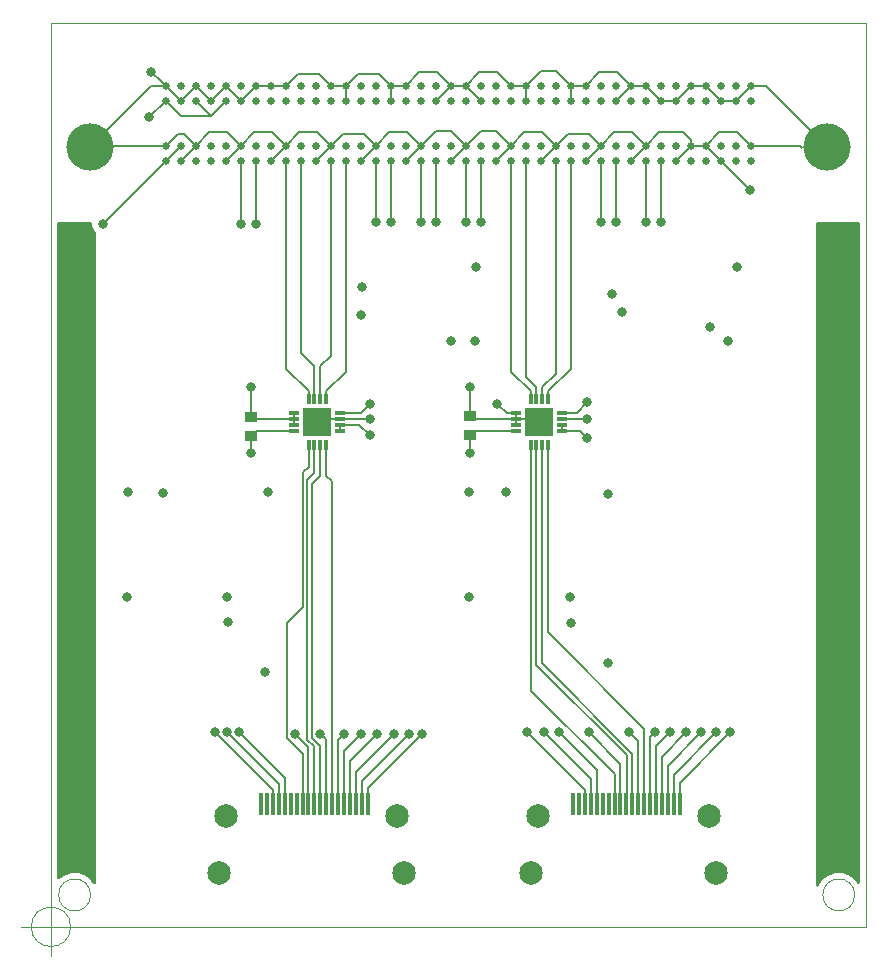
<source format=gbr>
G04 #@! TF.GenerationSoftware,KiCad,Pcbnew,(6.0.4-0)*
G04 #@! TF.CreationDate,2022-11-09T17:11:15+01:00*
G04 #@! TF.ProjectId,adapter_hybrid_assistor_hpc_2HDMI,61646170-7465-4725-9f68-79627269645f,rev?*
G04 #@! TF.SameCoordinates,Original*
G04 #@! TF.FileFunction,Copper,L1,Top*
G04 #@! TF.FilePolarity,Positive*
%FSLAX46Y46*%
G04 Gerber Fmt 4.6, Leading zero omitted, Abs format (unit mm)*
G04 Created by KiCad (PCBNEW (6.0.4-0)) date 2022-11-09 17:11:15*
%MOMM*%
%LPD*%
G01*
G04 APERTURE LIST*
G04 #@! TA.AperFunction,Profile*
%ADD10C,0.100000*%
G04 #@! TD*
G04 #@! TA.AperFunction,Profile*
%ADD11C,0.050000*%
G04 #@! TD*
G04 #@! TA.AperFunction,SMDPad,CuDef*
%ADD12R,1.000000X0.950000*%
G04 #@! TD*
G04 #@! TA.AperFunction,SMDPad,CuDef*
%ADD13C,0.640000*%
G04 #@! TD*
G04 #@! TA.AperFunction,ComponentPad*
%ADD14C,4.000000*%
G04 #@! TD*
G04 #@! TA.AperFunction,SMDPad,CuDef*
%ADD15R,0.300000X1.900000*%
G04 #@! TD*
G04 #@! TA.AperFunction,ComponentPad*
%ADD16C,1.995000*%
G04 #@! TD*
G04 #@! TA.AperFunction,SMDPad,CuDef*
%ADD17R,0.300000X0.850000*%
G04 #@! TD*
G04 #@! TA.AperFunction,SMDPad,CuDef*
%ADD18R,0.850000X0.300000*%
G04 #@! TD*
G04 #@! TA.AperFunction,SMDPad,CuDef*
%ADD19R,2.400000X2.400000*%
G04 #@! TD*
G04 #@! TA.AperFunction,ViaPad*
%ADD20C,0.800000*%
G04 #@! TD*
G04 #@! TA.AperFunction,Conductor*
%ADD21C,0.200000*%
G04 #@! TD*
G04 APERTURE END LIST*
D10*
X100000000Y-100000000D02*
X100000000Y-176500000D01*
X100000000Y-176500000D02*
X169000000Y-176500000D01*
X169000000Y-100000000D02*
X169000000Y-176500000D01*
X100000000Y-100000000D02*
X169000000Y-100000000D01*
D11*
X168050000Y-173800000D02*
G75*
G03*
X168050000Y-173800000I-1350000J0D01*
G01*
X103350000Y-173800000D02*
G75*
G03*
X103350000Y-173800000I-1350000J0D01*
G01*
X104500000Y-110450000D02*
G75*
G03*
X104500000Y-110450000I-1350000J0D01*
G01*
X167200000Y-110450000D02*
G75*
G03*
X167200000Y-110450000I-1350000J0D01*
G01*
X101666666Y-176500000D02*
G75*
G03*
X101666666Y-176500000I-1666666J0D01*
G01*
X97500000Y-176500000D02*
X102500000Y-176500000D01*
X100000000Y-174000000D02*
X100000000Y-179000000D01*
X101666666Y-176500000D02*
G75*
G03*
X101666666Y-176500000I-1666666J0D01*
G01*
X97500000Y-176500000D02*
X102500000Y-176500000D01*
X100000000Y-174000000D02*
X100000000Y-179000000D01*
X101666666Y-176500000D02*
G75*
G03*
X101666666Y-176500000I-1666666J0D01*
G01*
X97500000Y-176500000D02*
X102500000Y-176500000D01*
X100000000Y-174000000D02*
X100000000Y-179000000D01*
D12*
X116967000Y-134950000D03*
X116967000Y-133350000D03*
D13*
X159263000Y-105288000D03*
D14*
X165683000Y-110458000D03*
D13*
X157993000Y-105288000D03*
X156723000Y-105288000D03*
X155443000Y-105288000D03*
X154173000Y-105288000D03*
X152903000Y-105288000D03*
X151633000Y-105288000D03*
X150373000Y-105288000D03*
X149103000Y-105288000D03*
X147833000Y-105288000D03*
X146553000Y-105288000D03*
X145283000Y-105288000D03*
X144023000Y-105288000D03*
X142753000Y-105288000D03*
X141483000Y-105288000D03*
X140203000Y-105288000D03*
X138943000Y-105288000D03*
X137663000Y-105288000D03*
X136403000Y-105288000D03*
X135133000Y-105288000D03*
X133853000Y-105288000D03*
X132583000Y-105288000D03*
X131323000Y-105288000D03*
X130043000Y-105288000D03*
X128783000Y-105288000D03*
X127503000Y-105288000D03*
X126233000Y-105288000D03*
X124963000Y-105288000D03*
X123703000Y-105288000D03*
X122433000Y-105288000D03*
X121153000Y-105288000D03*
X119883000Y-105288000D03*
X118613000Y-105288000D03*
X117353000Y-105288000D03*
X116083000Y-105288000D03*
X114813000Y-105288000D03*
X113543000Y-105288000D03*
X112263000Y-105288000D03*
X110993000Y-105288000D03*
X109723000Y-105288000D03*
X159263000Y-106548000D03*
X157993000Y-106548000D03*
X156723000Y-106548000D03*
X155443000Y-106548000D03*
X154173000Y-106548000D03*
X152903000Y-106548000D03*
X151633000Y-106548000D03*
X150373000Y-106548000D03*
X149103000Y-106548000D03*
X147833000Y-106548000D03*
X146553000Y-106548000D03*
X145283000Y-106548000D03*
X144023000Y-106548000D03*
X142753000Y-106548000D03*
X141483000Y-106548000D03*
X140203000Y-106548000D03*
X138943000Y-106548000D03*
X137663000Y-106548000D03*
X136403000Y-106548000D03*
X135133000Y-106548000D03*
X133873000Y-106548000D03*
X132583000Y-106548000D03*
X131323000Y-106548000D03*
X130043000Y-106548000D03*
X128783000Y-106548000D03*
X127503000Y-106548000D03*
X126233000Y-106548000D03*
X124963000Y-106548000D03*
X123703000Y-106548000D03*
X122433000Y-106548000D03*
X121153000Y-106548000D03*
X119883000Y-106548000D03*
X118613000Y-106548000D03*
X117353000Y-106548000D03*
X116083000Y-106548000D03*
X114813000Y-106548000D03*
X113543000Y-106548000D03*
X112263000Y-106548000D03*
X110993000Y-106548000D03*
X109723000Y-106548000D03*
X159263000Y-110368000D03*
X157993000Y-110368000D03*
X156723000Y-110368000D03*
X155443000Y-110368000D03*
X154173000Y-110368000D03*
X152903000Y-110368000D03*
X151633000Y-110368000D03*
X150373000Y-110368000D03*
X149103000Y-110368000D03*
X147833000Y-110368000D03*
X146553000Y-110368000D03*
X145283000Y-110368000D03*
X144023000Y-110368000D03*
X142753000Y-110368000D03*
X141483000Y-110368000D03*
X140203000Y-110368000D03*
X138943000Y-110368000D03*
X137663000Y-110368000D03*
X136403000Y-110368000D03*
X135133000Y-110368000D03*
X133853000Y-110368000D03*
X132583000Y-110368000D03*
X131323000Y-110368000D03*
X130043000Y-110368000D03*
X128783000Y-110368000D03*
X127503000Y-110368000D03*
X126233000Y-110368000D03*
X124963000Y-110368000D03*
X123703000Y-110368000D03*
X122433000Y-110368000D03*
X121153000Y-110368000D03*
X119883000Y-110368000D03*
X118613000Y-110368000D03*
X117353000Y-110368000D03*
X116083000Y-110368000D03*
X114813000Y-110368000D03*
X113543000Y-110368000D03*
X112263000Y-110368000D03*
X110993000Y-110368000D03*
X109723000Y-110368000D03*
D14*
X103303000Y-110458000D03*
D13*
X159263000Y-111628000D03*
X157993000Y-111628000D03*
X156723000Y-111628000D03*
X155443000Y-111628000D03*
X154173000Y-111628000D03*
X152903000Y-111628000D03*
X151633000Y-111628000D03*
X150373000Y-111628000D03*
X149103000Y-111628000D03*
X147833000Y-111628000D03*
X146553000Y-111628000D03*
X145283000Y-111628000D03*
X144023000Y-111628000D03*
X142753000Y-111628000D03*
X141483000Y-111628000D03*
X140203000Y-111628000D03*
X138943000Y-111628000D03*
X137663000Y-111628000D03*
X136403000Y-111628000D03*
X135133000Y-111628000D03*
X133873000Y-111628000D03*
X132583000Y-111628000D03*
X131323000Y-111628000D03*
X130043000Y-111628000D03*
X128783000Y-111628000D03*
X127503000Y-111628000D03*
X126233000Y-111628000D03*
X124963000Y-111628000D03*
X123703000Y-111628000D03*
X122433000Y-111628000D03*
X121153000Y-111628000D03*
X119883000Y-111628000D03*
X118613000Y-111628000D03*
X117353000Y-111628000D03*
X116083000Y-111628000D03*
X114813000Y-111628000D03*
X113543000Y-111628000D03*
X112263000Y-111628000D03*
X110993000Y-111628000D03*
X109723000Y-111628000D03*
D15*
X153216000Y-166076000D03*
X152716000Y-166076000D03*
X152216000Y-166076000D03*
X151716000Y-166076000D03*
X151216000Y-166076000D03*
X150716000Y-166076000D03*
X150216000Y-166076000D03*
X149716000Y-166076000D03*
X149216000Y-166076000D03*
X148716000Y-166076000D03*
X148216000Y-166076000D03*
X147716000Y-166076000D03*
X147216000Y-166076000D03*
X146716000Y-166076000D03*
X146216000Y-166076000D03*
X145716000Y-166076000D03*
X145216000Y-166076000D03*
X144716000Y-166076000D03*
X144216000Y-166076000D03*
D16*
X141216000Y-167076000D03*
X155716000Y-167076000D03*
X140616000Y-171976000D03*
X156316000Y-171976000D03*
D15*
X126800000Y-166076000D03*
X126300000Y-166076000D03*
X125800000Y-166076000D03*
X125300000Y-166076000D03*
X124800000Y-166076000D03*
X124300000Y-166076000D03*
X123800000Y-166076000D03*
X123300000Y-166076000D03*
X122800000Y-166076000D03*
X122300000Y-166076000D03*
X121800000Y-166076000D03*
X121300000Y-166076000D03*
X120800000Y-166076000D03*
X120300000Y-166076000D03*
X119800000Y-166076000D03*
X119300000Y-166076000D03*
X118800000Y-166076000D03*
X118300000Y-166076000D03*
X117800000Y-166076000D03*
D16*
X114800000Y-167076000D03*
X129300000Y-167076000D03*
X114200000Y-171976000D03*
X129900000Y-171976000D03*
D17*
X123305000Y-131781000D03*
X122805000Y-131781000D03*
X122305000Y-131781000D03*
X121805000Y-131781000D03*
D18*
X120605000Y-132981000D03*
X120605000Y-133481000D03*
X120605000Y-133981000D03*
X120605000Y-134481000D03*
D17*
X121805000Y-135681000D03*
X122305000Y-135681000D03*
X122805000Y-135681000D03*
X123305000Y-135681000D03*
D18*
X124505000Y-134481000D03*
X124505000Y-133981000D03*
X124505000Y-133481000D03*
X124505000Y-132981000D03*
D19*
X122555000Y-133731000D03*
D17*
X142101000Y-131781000D03*
X141601000Y-131781000D03*
X141101000Y-131781000D03*
X140601000Y-131781000D03*
D18*
X139401000Y-132981000D03*
X139401000Y-133481000D03*
X139401000Y-133981000D03*
X139401000Y-134481000D03*
D17*
X140601000Y-135681000D03*
X141101000Y-135681000D03*
X141601000Y-135681000D03*
X142101000Y-135681000D03*
D18*
X143301000Y-134481000D03*
X143301000Y-133981000D03*
X143301000Y-133481000D03*
X143301000Y-132981000D03*
D19*
X141351000Y-133731000D03*
D12*
X135509000Y-134823000D03*
X135509000Y-133223000D03*
D20*
X106426000Y-148590000D03*
X135382000Y-148590000D03*
X144018000Y-150749000D03*
X104394000Y-116957000D03*
X114973000Y-150711000D03*
X166040000Y-151100000D03*
X166040000Y-138400000D03*
X102540000Y-118080000D03*
X102540000Y-125700000D03*
X120645800Y-160151200D03*
X140335000Y-160045000D03*
X126996000Y-133481000D03*
X145542000Y-160020000D03*
X126238000Y-160147000D03*
X102540000Y-163800000D03*
X118110000Y-154940000D03*
X130302000Y-160147000D03*
X148971000Y-160020000D03*
X145411000Y-133481000D03*
X116967000Y-130810000D03*
X102540000Y-151100000D03*
X166040000Y-163800000D03*
X137795000Y-132207000D03*
X108509000Y-104110000D03*
X102540000Y-138400000D03*
X166040000Y-125700000D03*
X126238000Y-124714000D03*
X122809000Y-160147000D03*
X113919000Y-160045000D03*
X152400000Y-160020000D03*
X148348000Y-124448000D03*
X147193000Y-154178000D03*
X135890000Y-126873000D03*
X159182000Y-114087000D03*
X109513000Y-139739000D03*
X166040000Y-118080000D03*
X135509000Y-130810000D03*
X138557000Y-139700000D03*
X157353000Y-126873000D03*
X156337000Y-160020000D03*
X155829000Y-125683000D03*
X136017000Y-120650000D03*
X126365000Y-122301000D03*
X145415000Y-132080000D03*
X127000000Y-132207000D03*
X118364000Y-139700000D03*
X108331000Y-107940000D03*
X158115000Y-120650000D03*
X127000000Y-134874000D03*
X133858000Y-126873000D03*
X147459000Y-122948000D03*
X135509000Y-136398000D03*
X145415000Y-135128000D03*
X116967000Y-136398000D03*
X114935000Y-148590000D03*
X106553000Y-139700000D03*
X135382000Y-139700000D03*
X143979000Y-148551000D03*
X147193000Y-139827000D03*
X147828000Y-116840000D03*
X136403000Y-116835000D03*
X135128000Y-116840000D03*
X128778000Y-116840000D03*
X131318000Y-116840000D03*
X132583000Y-116835000D03*
X146553000Y-116835000D03*
X127503000Y-116835000D03*
X116078000Y-116967000D03*
X117348000Y-116967000D03*
X157480000Y-160020000D03*
X155067000Y-160020000D03*
X153797000Y-160020000D03*
X151130000Y-160020000D03*
X143002000Y-160020000D03*
X141732000Y-160020000D03*
X114935000Y-160020000D03*
X115951000Y-160020000D03*
X124841000Y-160147000D03*
X127635000Y-160147000D03*
X129032000Y-160147000D03*
X131426000Y-160147000D03*
X151633000Y-116835000D03*
X150373000Y-116835000D03*
D21*
X109723000Y-111628000D02*
X104394000Y-116957000D01*
X110993000Y-110368000D02*
X110983000Y-110368000D01*
X110983000Y-110368000D02*
X109723000Y-111628000D01*
X111242000Y-109347000D02*
X110744000Y-109347000D01*
X142753000Y-110368000D02*
X141605000Y-109220000D01*
X130063000Y-111628000D02*
X131323000Y-110368000D01*
X116083000Y-110368000D02*
X114935000Y-109220000D01*
X149113000Y-111628000D02*
X150373000Y-110368000D01*
X122555000Y-109220000D02*
X121031000Y-109220000D01*
X116093000Y-106548000D02*
X117353000Y-105288000D01*
X118613000Y-111628000D02*
X118623000Y-111628000D01*
X138943000Y-110368000D02*
X138923000Y-110368000D01*
X146431000Y-104140000D02*
X147955000Y-104140000D01*
X154173000Y-110368000D02*
X154173000Y-109915452D01*
X130175000Y-109220000D02*
X128651000Y-109220000D01*
X131323000Y-110368000D02*
X130175000Y-109220000D01*
X151216000Y-161204000D02*
X152400000Y-160020000D01*
X152716000Y-166076000D02*
X152716000Y-163641000D01*
X138923000Y-110368000D02*
X137663000Y-111628000D01*
X159263000Y-105288000D02*
X159715548Y-105288000D01*
X142748000Y-104013000D02*
X141478000Y-104013000D01*
X143774000Y-109347000D02*
X142753000Y-110368000D01*
X145216000Y-164926000D02*
X140335000Y-160045000D01*
X104954178Y-110368000D02*
X104826383Y-110495795D01*
X122433000Y-111628000D02*
X122443000Y-111628000D01*
X117098000Y-133481000D02*
X116967000Y-133350000D01*
X135143000Y-105288000D02*
X136403000Y-106548000D01*
X116967000Y-133350000D02*
X116967000Y-130810000D01*
X116083000Y-106548000D02*
X116093000Y-106548000D01*
X120904000Y-104267000D02*
X119883000Y-105288000D01*
X123703000Y-110368000D02*
X122555000Y-109220000D01*
X132598000Y-109093000D02*
X131323000Y-110368000D01*
X159263000Y-110368000D02*
X158115000Y-109220000D01*
X156723000Y-111628000D02*
X156703000Y-111628000D01*
X159263000Y-110368000D02*
X163408000Y-110368000D01*
X139401000Y-133981000D02*
X139401000Y-132981000D01*
X157993000Y-106548000D02*
X158003000Y-106548000D01*
X156703000Y-106548000D02*
X157993000Y-106548000D01*
X110993000Y-106548000D02*
X111003000Y-106548000D01*
X130043000Y-111628000D02*
X130063000Y-111628000D01*
X114813000Y-105288000D02*
X114823000Y-105288000D01*
X117353000Y-105288000D02*
X118613000Y-105288000D01*
X120605000Y-133981000D02*
X120605000Y-132981000D01*
X104463355Y-109397156D02*
X104506732Y-109464285D01*
X124800000Y-161585000D02*
X126238000Y-160147000D01*
X123300000Y-166076000D02*
X123300000Y-160638000D01*
X153477548Y-109220000D02*
X151521000Y-109220000D01*
X150373000Y-105288000D02*
X151633000Y-106548000D01*
X163408000Y-110368000D02*
X163627000Y-110587000D01*
X122443000Y-111628000D02*
X123703000Y-110368000D01*
X109723000Y-105288000D02*
X109403001Y-104968001D01*
X151633000Y-106548000D02*
X152903000Y-106548000D01*
X128651000Y-109220000D02*
X127503000Y-110368000D01*
X135133000Y-105288000D02*
X135143000Y-105288000D01*
X110744000Y-109347000D02*
X109723000Y-110368000D01*
X145283000Y-105288000D02*
X146431000Y-104140000D01*
X149225000Y-109220000D02*
X147701000Y-109220000D01*
X122805000Y-133481000D02*
X122555000Y-133731000D01*
X160508000Y-105283000D02*
X160508000Y-105309000D01*
X151216000Y-166076000D02*
X151216000Y-161204000D01*
X152716000Y-163641000D02*
X156337000Y-160020000D01*
X124963000Y-105288000D02*
X124963000Y-106548000D01*
X158115000Y-109220000D02*
X156591000Y-109220000D01*
X124800000Y-166076000D02*
X124800000Y-161585000D01*
X124724000Y-109347000D02*
X123703000Y-110368000D01*
X136408000Y-109093000D02*
X135133000Y-110368000D01*
X149716000Y-166076000D02*
X149716000Y-160765000D01*
X120605000Y-133481000D02*
X118618000Y-133477000D01*
X144023000Y-105288000D02*
X145283000Y-105288000D01*
X113411000Y-109220000D02*
X112263000Y-110368000D01*
X112283000Y-105288000D02*
X113543000Y-106548000D01*
X109723000Y-105288000D02*
X109733000Y-105288000D01*
X145216000Y-166076000D02*
X145216000Y-164926000D01*
X154163000Y-105288000D02*
X155443000Y-105288000D01*
X149093000Y-105288000D02*
X147833000Y-106548000D01*
X139401000Y-133481000D02*
X141101000Y-133481000D01*
X151521000Y-109220000D02*
X150373000Y-110368000D01*
X141605000Y-109220000D02*
X140091000Y-109220000D01*
X111003000Y-111628000D02*
X112263000Y-110368000D01*
X144023000Y-105288000D02*
X144023000Y-106548000D01*
X147701000Y-109220000D02*
X146553000Y-110368000D01*
X141101000Y-133481000D02*
X141351000Y-133731000D01*
X149103000Y-111628000D02*
X149113000Y-111628000D01*
X154163000Y-110368000D02*
X152903000Y-111628000D01*
X109367001Y-104968001D02*
X108509000Y-104110000D01*
X139401000Y-132981000D02*
X138569000Y-132981000D01*
X143301000Y-133481000D02*
X145411000Y-133481000D01*
X113553000Y-106548000D02*
X114813000Y-105288000D01*
X109733000Y-105288000D02*
X110993000Y-106548000D01*
X132593000Y-106548000D02*
X133853000Y-105288000D01*
X121031000Y-109220000D02*
X119883000Y-110368000D01*
X156703000Y-111628000D02*
X155443000Y-110368000D01*
X156723000Y-111628000D02*
X159182000Y-114087000D01*
X145532000Y-109347000D02*
X143774000Y-109347000D01*
X124505000Y-133481000D02*
X122805000Y-133481000D01*
X123703000Y-105288000D02*
X124963000Y-105288000D01*
X146543000Y-110368000D02*
X145283000Y-111628000D01*
X113543000Y-106548000D02*
X113553000Y-106548000D01*
X121800000Y-161305400D02*
X120645800Y-160151200D01*
X148216000Y-162694000D02*
X145542000Y-160020000D01*
X118613000Y-105288000D02*
X119883000Y-105288000D01*
X150373000Y-110368000D02*
X149225000Y-109220000D01*
X133858000Y-109093000D02*
X132598000Y-109093000D01*
X159715548Y-105288000D02*
X159720548Y-105283000D01*
X118800000Y-166076000D02*
X118800000Y-164926000D01*
X112263000Y-110368000D02*
X111242000Y-109347000D01*
X133873000Y-111628000D02*
X135133000Y-110368000D01*
X114823000Y-105288000D02*
X116083000Y-106548000D01*
X126300000Y-164149000D02*
X130302000Y-160147000D01*
X137668000Y-109093000D02*
X136408000Y-109093000D01*
X156591000Y-109220000D02*
X155443000Y-110368000D01*
X128783000Y-105288000D02*
X127762000Y-104267000D01*
X109723000Y-110368000D02*
X104954178Y-110368000D01*
X141478000Y-104013000D02*
X140203000Y-105288000D01*
X149103000Y-105288000D02*
X149093000Y-105288000D01*
X149103000Y-105288000D02*
X150373000Y-105288000D01*
X148216000Y-166076000D02*
X148216000Y-162694000D01*
X139401000Y-133481000D02*
X135767000Y-133481000D01*
X159720548Y-105283000D02*
X160508000Y-105283000D01*
X110993000Y-111628000D02*
X111003000Y-111628000D01*
X108473000Y-105288000D02*
X109723000Y-105288000D01*
X146553000Y-110368000D02*
X146543000Y-110368000D01*
X138943000Y-105288000D02*
X137795000Y-104140000D01*
X142743000Y-110368000D02*
X141483000Y-111628000D01*
X136281000Y-104140000D02*
X135133000Y-105288000D01*
X155443000Y-110368000D02*
X154173000Y-110368000D01*
X128783000Y-105288000D02*
X130043000Y-105288000D01*
X131191000Y-104140000D02*
X130043000Y-105288000D01*
X114823000Y-111628000D02*
X116083000Y-110368000D01*
X125984000Y-104267000D02*
X124963000Y-105288000D01*
X108473000Y-105288000D02*
X104463355Y-109297645D01*
X144023000Y-105288000D02*
X142748000Y-104013000D01*
X133853000Y-105288000D02*
X135133000Y-105288000D01*
X126300000Y-166076000D02*
X126300000Y-164149000D01*
X114813000Y-111628000D02*
X114823000Y-111628000D01*
X104463355Y-109297645D02*
X104463355Y-109397156D01*
X114935000Y-109220000D02*
X113411000Y-109220000D01*
X138943000Y-110368000D02*
X137668000Y-109093000D01*
X140203000Y-105288000D02*
X140203000Y-106548000D01*
X128783000Y-105288000D02*
X128783000Y-106548000D01*
X119883000Y-110368000D02*
X118735000Y-109220000D01*
X152903000Y-106548000D02*
X154163000Y-105288000D01*
X158003000Y-106548000D02*
X159263000Y-105288000D01*
X138943000Y-105288000D02*
X140203000Y-105288000D01*
X118623000Y-111628000D02*
X119883000Y-110368000D01*
X160508000Y-105309000D02*
X164262000Y-109063000D01*
X135509000Y-133223000D02*
X135509000Y-130810000D01*
X126482000Y-109347000D02*
X124724000Y-109347000D01*
X118800000Y-164926000D02*
X113919000Y-160045000D01*
X135133000Y-110368000D02*
X133858000Y-109093000D01*
X123703000Y-105288000D02*
X122682000Y-104267000D01*
X132583000Y-106548000D02*
X132593000Y-106548000D01*
X109403001Y-104968001D02*
X109367001Y-104968001D01*
X140091000Y-109220000D02*
X138943000Y-110368000D01*
X127762000Y-104267000D02*
X125984000Y-104267000D01*
X154173000Y-110368000D02*
X154163000Y-110368000D01*
X133853000Y-105288000D02*
X132705000Y-104140000D01*
X111003000Y-106548000D02*
X112263000Y-105288000D01*
X126243000Y-111628000D02*
X127503000Y-110368000D01*
X123300000Y-160638000D02*
X122809000Y-160147000D01*
X122682000Y-104267000D02*
X120904000Y-104267000D01*
X137795000Y-104140000D02*
X136281000Y-104140000D01*
X124505000Y-133481000D02*
X126996000Y-133481000D01*
X132705000Y-104140000D02*
X131191000Y-104140000D01*
X117231000Y-109220000D02*
X116083000Y-110368000D01*
X127503000Y-110368000D02*
X126482000Y-109347000D01*
X121800000Y-166076000D02*
X121800000Y-161305400D01*
X154173000Y-109915452D02*
X153477548Y-109220000D01*
X142753000Y-110368000D02*
X142743000Y-110368000D01*
X118618000Y-133477000D02*
X117098000Y-133481000D01*
X138569000Y-132981000D02*
X137795000Y-132207000D01*
X155443000Y-105288000D02*
X156703000Y-106548000D01*
X146553000Y-110368000D02*
X145532000Y-109347000D01*
X112263000Y-105288000D02*
X112283000Y-105288000D01*
X118735000Y-109220000D02*
X117231000Y-109220000D01*
X149716000Y-160765000D02*
X148971000Y-160020000D01*
X126233000Y-111628000D02*
X126243000Y-111628000D01*
X135767000Y-133481000D02*
X135509000Y-133223000D01*
X147955000Y-104140000D02*
X149103000Y-105288000D01*
X117436000Y-134481000D02*
X116967000Y-134950000D01*
X124505000Y-132981000D02*
X126226000Y-132981000D01*
X126226000Y-132981000D02*
X127000000Y-132207000D01*
X124505000Y-133981000D02*
X124505000Y-134481000D01*
X143301000Y-134481000D02*
X144768000Y-134481000D01*
X143301000Y-132981000D02*
X144514000Y-132981000D01*
X124505000Y-133981000D02*
X126107000Y-133981000D01*
X135509000Y-134823000D02*
X135509000Y-136398000D01*
X144514000Y-132981000D02*
X145415000Y-132080000D01*
X126107000Y-133981000D02*
X127000000Y-134874000D01*
X112263000Y-106548000D02*
X113538000Y-107823000D01*
X139401000Y-134481000D02*
X135851000Y-134481000D01*
X109723000Y-106548000D02*
X108331000Y-107940000D01*
X110998000Y-107823000D02*
X113538000Y-107823000D01*
X110998000Y-107823000D02*
X109723000Y-106548000D01*
X144768000Y-134481000D02*
X145415000Y-135128000D01*
X143301000Y-133981000D02*
X143301000Y-134481000D01*
X116967000Y-134950000D02*
X116967000Y-136398000D01*
X135851000Y-134481000D02*
X135509000Y-134823000D01*
X120605000Y-134481000D02*
X117436000Y-134481000D01*
X113538000Y-107823000D02*
X114813000Y-106548000D01*
X147833000Y-112080548D02*
X147828000Y-112085548D01*
X147828000Y-112085548D02*
X147828000Y-116840000D01*
X147833000Y-111628000D02*
X147833000Y-112080548D01*
X136403000Y-111628000D02*
X136403000Y-116835000D01*
X135133000Y-111628000D02*
X135133000Y-112080548D01*
X135133000Y-112080548D02*
X135128000Y-112085548D01*
X135128000Y-112085548D02*
X135128000Y-116840000D01*
X128778000Y-112085548D02*
X128778000Y-116840000D01*
X128783000Y-111628000D02*
X128783000Y-112080548D01*
X128783000Y-112080548D02*
X128778000Y-112085548D01*
X131323000Y-112080548D02*
X131318000Y-112085548D01*
X131323000Y-111628000D02*
X131323000Y-112080548D01*
X131318000Y-112085548D02*
X131318000Y-116840000D01*
X132583000Y-111628000D02*
X132583000Y-116835000D01*
X141101000Y-130814000D02*
X140203000Y-129916000D01*
X141101000Y-131781000D02*
X141101000Y-130814000D01*
X140203000Y-129916000D02*
X140203000Y-111628000D01*
X140601000Y-131156000D02*
X138938000Y-129493000D01*
X138938000Y-129493000D02*
X138943000Y-129488000D01*
X138943000Y-129488000D02*
X138943000Y-111628000D01*
X140601000Y-131781000D02*
X140601000Y-131156000D01*
X142101000Y-131156000D02*
X144023000Y-129234000D01*
X144023000Y-129234000D02*
X144023000Y-111628000D01*
X142101000Y-131781000D02*
X142101000Y-131156000D01*
X142753000Y-129662000D02*
X142753000Y-111628000D01*
X141601000Y-131781000D02*
X141601000Y-130814000D01*
X141601000Y-130814000D02*
X142753000Y-129662000D01*
X146553000Y-111628000D02*
X146553000Y-116835000D01*
X122805000Y-129036000D02*
X122805000Y-131781000D01*
X123703000Y-128138000D02*
X122805000Y-129036000D01*
X123703000Y-111628000D02*
X123703000Y-128138000D01*
X121805000Y-131156000D02*
X119883000Y-129234000D01*
X121805000Y-131781000D02*
X121805000Y-131156000D01*
X119883000Y-129234000D02*
X119883000Y-111628000D01*
X121153000Y-127884000D02*
X122305000Y-129036000D01*
X121153000Y-111628000D02*
X121153000Y-127884000D01*
X122305000Y-129036000D02*
X122305000Y-131781000D01*
X124963000Y-129498000D02*
X124963000Y-111628000D01*
X123305000Y-131781000D02*
X123305000Y-131156000D01*
X123305000Y-131156000D02*
X124963000Y-129498000D01*
X127503000Y-111628000D02*
X127503000Y-116835000D01*
X116083000Y-116962000D02*
X116078000Y-116967000D01*
X116083000Y-111628000D02*
X116083000Y-116962000D01*
X117353000Y-116962000D02*
X117348000Y-116967000D01*
X117353000Y-111628000D02*
X117353000Y-116962000D01*
X153216000Y-164284000D02*
X157480000Y-160020000D01*
X153216000Y-166076000D02*
X153216000Y-164284000D01*
X152216000Y-162871000D02*
X155067000Y-160020000D01*
X152216000Y-166076000D02*
X152216000Y-162871000D01*
X151716000Y-162101000D02*
X153797000Y-160020000D01*
X151716000Y-166076000D02*
X151716000Y-162101000D01*
X150716000Y-166076000D02*
X150716000Y-160434000D01*
X150716000Y-160434000D02*
X151130000Y-160020000D01*
X142068000Y-135681000D02*
X142051001Y-135697999D01*
X142051001Y-151576001D02*
X150216000Y-159741000D01*
X142051001Y-135697999D02*
X142051001Y-151576001D01*
X142101000Y-135681000D02*
X142068000Y-135681000D01*
X150216000Y-159741000D02*
X150216000Y-166076000D01*
X149216000Y-161846698D02*
X149216000Y-166076000D01*
X141560000Y-135681000D02*
X141551001Y-135689999D01*
X141601000Y-135681000D02*
X141560000Y-135681000D01*
X141551001Y-154181699D02*
X149216000Y-161846698D01*
X141551001Y-135689999D02*
X141551001Y-154181699D01*
X141101000Y-135681000D02*
X141101000Y-154309000D01*
X148716000Y-166076000D02*
X148757000Y-166076000D01*
X148765999Y-166067001D02*
X148765999Y-161973999D01*
X141101000Y-154309000D02*
X148765999Y-161973999D01*
X148757000Y-166076000D02*
X148765999Y-166067001D01*
X140650999Y-135697999D02*
X140650999Y-156525999D01*
X140601000Y-135681000D02*
X140634000Y-135681000D01*
X140634000Y-135681000D02*
X140650999Y-135697999D01*
X147716000Y-163591000D02*
X147716000Y-166076000D01*
X140650999Y-156525999D02*
X147716000Y-163591000D01*
X146216000Y-166076000D02*
X146216000Y-163234000D01*
X146216000Y-163234000D02*
X143002000Y-160020000D01*
X145716000Y-164004000D02*
X141732000Y-160020000D01*
X145716000Y-166076000D02*
X145716000Y-164004000D01*
X119300000Y-166076000D02*
X119300000Y-164385000D01*
X119300000Y-164385000D02*
X114935000Y-160020000D01*
X119800000Y-163869000D02*
X115951000Y-160020000D01*
X119800000Y-166076000D02*
X119800000Y-163869000D01*
X121805000Y-137529000D02*
X121805000Y-135681000D01*
X119945799Y-160487201D02*
X119945799Y-150818201D01*
X121308979Y-149455021D02*
X121308979Y-138025021D01*
X121308979Y-138025021D02*
X121805000Y-137529000D01*
X119945799Y-150818201D02*
X121308979Y-149455021D01*
X121300000Y-166076000D02*
X121300000Y-161841402D01*
X121300000Y-161841402D02*
X119945799Y-160487201D01*
X121708989Y-138641011D02*
X122305000Y-138045000D01*
X122250001Y-161189701D02*
X121708989Y-160648690D01*
X121708989Y-160648690D02*
X121708989Y-138641011D01*
X122250001Y-166065001D02*
X122250001Y-161189701D01*
X122261000Y-166076000D02*
X122250001Y-166065001D01*
X122305000Y-138045000D02*
X122305000Y-135681000D01*
X122300000Y-166076000D02*
X122261000Y-166076000D01*
X122805000Y-138307000D02*
X122805000Y-135681000D01*
X122800000Y-166076000D02*
X122800000Y-161174002D01*
X122108999Y-160483001D02*
X122108999Y-139003001D01*
X122800000Y-161174002D02*
X122108999Y-160483001D01*
X122108999Y-139003001D02*
X122805000Y-138307000D01*
X123305000Y-138291000D02*
X123305000Y-135681000D01*
X123800000Y-138786000D02*
X123305000Y-138291000D01*
X123800000Y-166076000D02*
X123800000Y-138786000D01*
X124300000Y-166076000D02*
X124300000Y-160688000D01*
X124300000Y-160688000D02*
X124841000Y-160147000D01*
X125300000Y-162482000D02*
X127635000Y-160147000D01*
X125300000Y-166076000D02*
X125300000Y-162482000D01*
X125800000Y-163379000D02*
X129032000Y-160147000D01*
X125800000Y-166076000D02*
X125800000Y-163379000D01*
X126800000Y-164773000D02*
X131426000Y-160147000D01*
X126800000Y-166076000D02*
X126800000Y-164773000D01*
X151633000Y-111628000D02*
X151633000Y-116835000D01*
X150373000Y-111628000D02*
X150373000Y-116835000D01*
G04 #@! TA.AperFunction,Conductor*
G36*
X168433621Y-116830002D02*
G01*
X168480114Y-116883658D01*
X168491500Y-116936000D01*
X168491500Y-172714521D01*
X168471498Y-172782642D01*
X168417842Y-172829135D01*
X168347568Y-172839239D01*
X168282988Y-172809745D01*
X168264149Y-172789380D01*
X168119477Y-172593510D01*
X168116824Y-172589918D01*
X167932187Y-172402358D01*
X167928647Y-172399657D01*
X167928641Y-172399651D01*
X167726506Y-172245386D01*
X167726502Y-172245383D01*
X167722965Y-172242684D01*
X167493332Y-172114084D01*
X167247870Y-172019122D01*
X167243545Y-172018119D01*
X167243540Y-172018118D01*
X167102794Y-171985495D01*
X166991476Y-171959693D01*
X166729267Y-171936983D01*
X166724832Y-171937227D01*
X166724828Y-171937227D01*
X166470916Y-171951200D01*
X166470909Y-171951201D01*
X166466473Y-171951445D01*
X166338369Y-171976927D01*
X166212711Y-172001921D01*
X166212706Y-172001922D01*
X166208339Y-172002791D01*
X166204136Y-172004267D01*
X165964223Y-172088518D01*
X165964220Y-172088519D01*
X165960015Y-172089996D01*
X165956062Y-172092049D01*
X165956056Y-172092052D01*
X165824615Y-172160331D01*
X165726456Y-172211321D01*
X165722841Y-172213904D01*
X165722835Y-172213908D01*
X165619585Y-172287692D01*
X165512322Y-172364344D01*
X165509095Y-172367422D01*
X165509093Y-172367424D01*
X165475311Y-172399651D01*
X165321885Y-172546011D01*
X165158945Y-172752700D01*
X165137640Y-172789380D01*
X165028987Y-172976438D01*
X165028984Y-172976444D01*
X165026753Y-172980285D01*
X165025083Y-172984408D01*
X165012784Y-173014773D01*
X164968672Y-173070402D01*
X164901486Y-173093352D01*
X164832559Y-173076335D01*
X164783774Y-173024754D01*
X164770000Y-172967471D01*
X164770000Y-116936000D01*
X164790002Y-116867879D01*
X164843658Y-116821386D01*
X164896000Y-116810000D01*
X168365500Y-116810000D01*
X168433621Y-116830002D01*
G37*
G04 #@! TD.AperFunction*
G04 #@! TA.AperFunction,Conductor*
G36*
X103424130Y-116830002D02*
G01*
X103470623Y-116883658D01*
X103480447Y-116943830D01*
X103481186Y-116943830D01*
X103481186Y-116948356D01*
X103481319Y-116949170D01*
X103480496Y-116957000D01*
X103500458Y-117146928D01*
X103559473Y-117328556D01*
X103654960Y-117493944D01*
X103659378Y-117498851D01*
X103659379Y-117498852D01*
X103777636Y-117630190D01*
X103808354Y-117694197D01*
X103810000Y-117714500D01*
X103810000Y-172741666D01*
X103789998Y-172809787D01*
X103736342Y-172856280D01*
X103666068Y-172866384D01*
X103601488Y-172836890D01*
X103577616Y-172809182D01*
X103575308Y-172805545D01*
X103573191Y-172801622D01*
X103416824Y-172589918D01*
X103232187Y-172402358D01*
X103228647Y-172399657D01*
X103228641Y-172399651D01*
X103026506Y-172245386D01*
X103026502Y-172245383D01*
X103022965Y-172242684D01*
X102793332Y-172114084D01*
X102547870Y-172019122D01*
X102543545Y-172018119D01*
X102543540Y-172018118D01*
X102402794Y-171985495D01*
X102291476Y-171959693D01*
X102029267Y-171936983D01*
X102024832Y-171937227D01*
X102024828Y-171937227D01*
X101770916Y-171951200D01*
X101770909Y-171951201D01*
X101766473Y-171951445D01*
X101638369Y-171976927D01*
X101512711Y-172001921D01*
X101512706Y-172001922D01*
X101508339Y-172002791D01*
X101504136Y-172004267D01*
X101264223Y-172088518D01*
X101264220Y-172088519D01*
X101260015Y-172089996D01*
X101256062Y-172092049D01*
X101256056Y-172092052D01*
X101124615Y-172160331D01*
X101026456Y-172211321D01*
X101022841Y-172213904D01*
X101022835Y-172213908D01*
X100919585Y-172287692D01*
X100812322Y-172364344D01*
X100809095Y-172367422D01*
X100809093Y-172367424D01*
X100721471Y-172451011D01*
X100658375Y-172483558D01*
X100587698Y-172476826D01*
X100531881Y-172432952D01*
X100508500Y-172359841D01*
X100508500Y-116936000D01*
X100528502Y-116867879D01*
X100582158Y-116821386D01*
X100634500Y-116810000D01*
X103356009Y-116810000D01*
X103424130Y-116830002D01*
G37*
G04 #@! TD.AperFunction*
M02*

</source>
